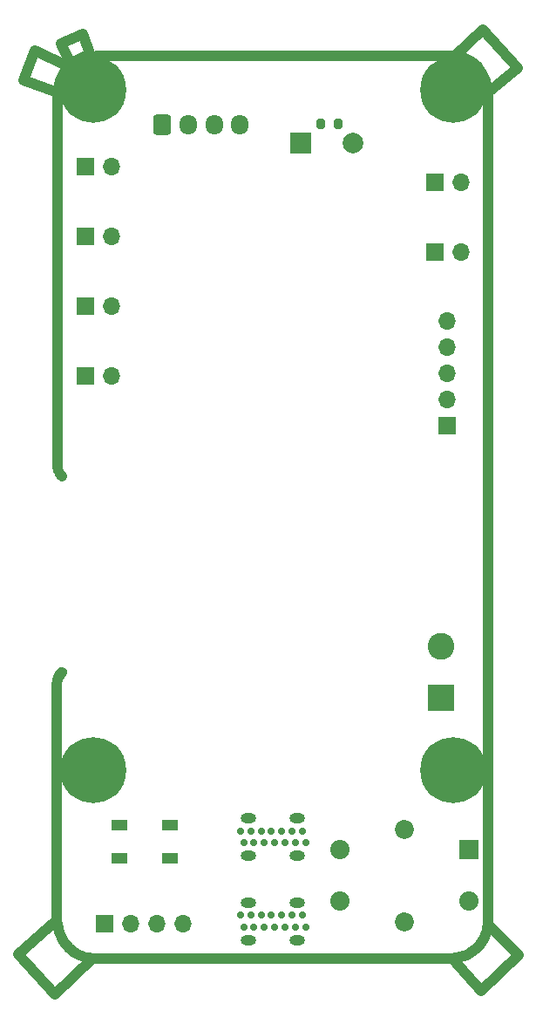
<source format=gbr>
%TF.GenerationSoftware,KiCad,Pcbnew,(6.0.2)*%
%TF.CreationDate,2022-04-29T18:27:35+02:00*%
%TF.ProjectId,reflowControllerV2,7265666c-6f77-4436-9f6e-74726f6c6c65,rev?*%
%TF.SameCoordinates,Original*%
%TF.FileFunction,Soldermask,Bot*%
%TF.FilePolarity,Negative*%
%FSLAX46Y46*%
G04 Gerber Fmt 4.6, Leading zero omitted, Abs format (unit mm)*
G04 Created by KiCad (PCBNEW (6.0.2)) date 2022-04-29 18:27:35*
%MOMM*%
%LPD*%
G01*
G04 APERTURE LIST*
G04 Aperture macros list*
%AMRoundRect*
0 Rectangle with rounded corners*
0 $1 Rounding radius*
0 $2 $3 $4 $5 $6 $7 $8 $9 X,Y pos of 4 corners*
0 Add a 4 corners polygon primitive as box body*
4,1,4,$2,$3,$4,$5,$6,$7,$8,$9,$2,$3,0*
0 Add four circle primitives for the rounded corners*
1,1,$1+$1,$2,$3*
1,1,$1+$1,$4,$5*
1,1,$1+$1,$6,$7*
1,1,$1+$1,$8,$9*
0 Add four rect primitives between the rounded corners*
20,1,$1+$1,$2,$3,$4,$5,0*
20,1,$1+$1,$4,$5,$6,$7,0*
20,1,$1+$1,$6,$7,$8,$9,0*
20,1,$1+$1,$8,$9,$2,$3,0*%
G04 Aperture macros list end*
%ADD10C,1.000000*%
%ADD11C,6.400000*%
%ADD12C,0.800000*%
%ADD13R,1.700000X1.700000*%
%ADD14O,1.700000X1.700000*%
%ADD15R,2.000000X2.000000*%
%ADD16C,2.000000*%
%ADD17R,2.600000X2.600000*%
%ADD18C,2.600000*%
%ADD19C,0.700000*%
%ADD20O,1.500000X1.000000*%
%ADD21R,1.500000X1.000000*%
%ADD22RoundRect,0.250000X-0.600000X-0.725000X0.600000X-0.725000X0.600000X0.725000X-0.600000X0.725000X0*%
%ADD23O,1.700000X1.950000*%
%ADD24C,1.850000*%
%ADD25R,1.875000X1.875000*%
%ADD26C,1.875000*%
%ADD27RoundRect,0.200000X0.200000X0.275000X-0.200000X0.275000X-0.200000X-0.275000X0.200000X-0.275000X0*%
G04 APERTURE END LIST*
D10*
X336942Y-91803099D02*
X3946542Y-88298320D01*
X3946542Y-88298320D02*
X3612866Y-88265456D01*
X3612866Y-88265456D02*
X3284017Y-88200043D01*
X3284017Y-88200043D02*
X2963164Y-88102712D01*
X2963164Y-88102712D02*
X2653396Y-87974401D01*
X2653396Y-87974401D02*
X2357696Y-87816344D01*
X2357696Y-87816344D02*
X2078912Y-87630065D01*
X2078912Y-87630065D02*
X1819730Y-87417356D01*
X1819730Y-87417356D02*
X1700000Y-87300000D01*
X1700000Y-87300000D02*
X1559287Y-87156222D01*
X1559287Y-87156222D02*
X1304050Y-86845216D01*
X1304050Y-86845216D02*
X1080527Y-86510690D01*
X1080527Y-86510690D02*
X890869Y-86155865D01*
X890869Y-86155865D02*
X736904Y-85784160D01*
X736904Y-85784160D02*
X620113Y-85399153D01*
X620113Y-85399153D02*
X541622Y-85004552D01*
X541622Y-85004552D02*
X502186Y-84604159D01*
X502186Y-84604159D02*
X-3277226Y-87906092D01*
X-3277226Y-87906092D02*
X336942Y-91803099D01*
X41917737Y1890120D02*
X39199664Y-701921D01*
X39199664Y-701921D02*
X39542409Y-740539D01*
X39542409Y-740539D02*
X39878674Y-817289D01*
X39878674Y-817289D02*
X40204231Y-931206D01*
X40204231Y-931206D02*
X40514987Y-1080858D01*
X40514987Y-1080858D02*
X40807033Y-1264363D01*
X40807033Y-1264363D02*
X41076697Y-1479413D01*
X41076697Y-1479413D02*
X41200000Y-1600000D01*
X41200000Y-1600000D02*
X41337732Y-1740723D01*
X41337732Y-1740723D02*
X41587554Y-2045131D01*
X41587554Y-2045131D02*
X41806335Y-2372561D01*
X41806335Y-2372561D02*
X41991968Y-2719857D01*
X41991968Y-2719857D02*
X42142668Y-3083677D01*
X42142668Y-3083677D02*
X42256980Y-3460516D01*
X42256980Y-3460516D02*
X42333806Y-3846745D01*
X42333806Y-3846745D02*
X42372405Y-4238644D01*
X42372405Y-4238644D02*
X45265049Y-1845422D01*
X45265049Y-1845422D02*
X41917737Y1890120D01*
X890765Y491781D02*
X1880512Y-1479414D01*
X1880512Y-1479414D02*
X2150175Y-1264364D01*
X2150175Y-1264364D02*
X2442221Y-1080859D01*
X2442221Y-1080859D02*
X2752977Y-931207D01*
X2752977Y-931207D02*
X3078534Y-817289D01*
X3078534Y-817289D02*
X3414800Y-740539D01*
X3414800Y-740539D02*
X3757544Y-701922D01*
X3757544Y-701922D02*
X3063557Y1391781D01*
X3063557Y1391781D02*
X890765Y491781D01*
X45359933Y-87986129D02*
X42372818Y-85010662D01*
X42372818Y-85010662D02*
X42340791Y-85335834D01*
X42340791Y-85335834D02*
X42277047Y-85656302D01*
X42277047Y-85656302D02*
X42182198Y-85968978D01*
X42182198Y-85968978D02*
X42057158Y-86270852D01*
X42057158Y-86270852D02*
X41903132Y-86559016D01*
X41903132Y-86559016D02*
X41721602Y-86830695D01*
X41721602Y-86830695D02*
X41514318Y-87083274D01*
X41514318Y-87083274D02*
X41400000Y-87200000D01*
X41400000Y-87200000D02*
X41268219Y-87329008D01*
X41268219Y-87329008D02*
X40983123Y-87562980D01*
X40983123Y-87562980D02*
X40676467Y-87767881D01*
X40676467Y-87767881D02*
X40351203Y-87941738D01*
X40351203Y-87941738D02*
X40010465Y-88082877D01*
X40010465Y-88082877D02*
X39657534Y-88189937D01*
X39657534Y-88189937D02*
X39295808Y-88261889D01*
X39295808Y-88261889D02*
X38928772Y-88298039D01*
X38928772Y-88298039D02*
X41729779Y-91438840D01*
X41729779Y-91438840D02*
X45359933Y-87986129D01*
X-2771199Y-3046317D02*
X584802Y-4238644D01*
X584802Y-4238644D02*
X623401Y-3846745D01*
X623401Y-3846745D02*
X700227Y-3460516D01*
X700227Y-3460516D02*
X814540Y-3083677D01*
X814540Y-3083677D02*
X965239Y-2719857D01*
X965239Y-2719857D02*
X1150873Y-2372560D01*
X1150873Y-2372560D02*
X1369654Y-2045131D01*
X1369654Y-2045131D02*
X1619475Y-1740723D01*
X1619475Y-1740723D02*
X-1596679Y-210775D01*
X-1596679Y-210775D02*
X-2771199Y-3046317D01*
D11*
%TO.C,H4*%
X39000000Y-70000000D03*
D12*
X37302944Y-68302944D03*
X41400000Y-70000000D03*
X40697056Y-68302944D03*
X36600000Y-70000000D03*
X40697056Y-71697056D03*
X37302944Y-71697056D03*
X39000000Y-72400000D03*
X39000000Y-67600000D03*
%TD*%
D13*
%TO.C,J7*%
X3250000Y-11475000D03*
D14*
X5790000Y-11475000D03*
%TD*%
D13*
%TO.C,J3*%
X3250000Y-24975000D03*
D14*
X5790000Y-24975000D03*
%TD*%
D13*
%TO.C,J2*%
X3250000Y-31725000D03*
D14*
X5790000Y-31725000D03*
%TD*%
D15*
%TO.C,BZ1*%
X24229216Y-9200000D03*
D16*
X29229216Y-9200000D03*
%TD*%
D17*
%TO.C,J11*%
X37805000Y-63000000D03*
D18*
X37805000Y-58000000D03*
%TD*%
D13*
%TO.C,J8*%
X38455000Y-36610000D03*
D14*
X38455000Y-34070000D03*
X38455000Y-31530000D03*
X38455000Y-28990000D03*
X38455000Y-26450000D03*
%TD*%
D12*
%TO.C,H3*%
X2302944Y-71697056D03*
X4000000Y-72400000D03*
X5697056Y-68302944D03*
X2302944Y-68302944D03*
X6400000Y-70000000D03*
X5697056Y-71697056D03*
D11*
X4000000Y-70000000D03*
D12*
X1600000Y-70000000D03*
X4000000Y-67600000D03*
%TD*%
%TO.C,H1*%
X4000000Y-6400000D03*
X1600000Y-4000000D03*
X2302944Y-5697056D03*
X6400000Y-4000000D03*
X5697056Y-2302944D03*
X2302944Y-2302944D03*
X4000000Y-1600000D03*
D11*
X4000000Y-4000000D03*
D12*
X5697056Y-5697056D03*
%TD*%
D13*
%TO.C,J4*%
X37250000Y-19725000D03*
D14*
X39790000Y-19725000D03*
%TD*%
D12*
%TO.C,H2*%
X37302944Y-2302944D03*
X36600000Y-4000000D03*
X37302944Y-5697056D03*
X41400000Y-4000000D03*
X40697056Y-2302944D03*
D11*
X39000000Y-4000000D03*
D12*
X39000000Y-6400000D03*
X40697056Y-5697056D03*
X39000000Y-1600000D03*
%TD*%
D13*
%TO.C,J6*%
X3250000Y-18225000D03*
D14*
X5790000Y-18225000D03*
%TD*%
D13*
%TO.C,J5*%
X37250000Y-12975000D03*
D14*
X39790000Y-12975000D03*
%TD*%
D19*
%TO.C,U2*%
X24340000Y-75920000D03*
X23340000Y-75920000D03*
X22340000Y-75920000D03*
X21340000Y-75920000D03*
X20340000Y-75920000D03*
X19340000Y-75920000D03*
X18340000Y-75920000D03*
X18660000Y-77080000D03*
X19660000Y-77080000D03*
X20660000Y-77080000D03*
X21660000Y-77080000D03*
X22660000Y-77080000D03*
X23660000Y-77080000D03*
X24660000Y-77080000D03*
D20*
X23870000Y-74670000D03*
X23870000Y-78330000D03*
X19130000Y-74670000D03*
X19130000Y-78330000D03*
%TD*%
D21*
%TO.C,D2*%
X11450000Y-75400000D03*
X11450000Y-78600000D03*
X6550000Y-78600000D03*
X6550000Y-75400000D03*
%TD*%
D14*
%TO.C,J9*%
X12795000Y-84925000D03*
X10255000Y-84925000D03*
X7715000Y-84925000D03*
D13*
X5175000Y-84925000D03*
%TD*%
D22*
%TO.C,J10*%
X10750000Y-7372500D03*
D23*
X13290000Y-7372500D03*
X15790000Y-7372500D03*
X18290000Y-7372500D03*
%TD*%
D19*
%TO.C,U1*%
X24340000Y-84120000D03*
X23340000Y-84120000D03*
X22340000Y-84120000D03*
X21340000Y-84120000D03*
X20340000Y-84120000D03*
X19340000Y-84120000D03*
X18340000Y-84120000D03*
X18660000Y-85280000D03*
X19660000Y-85280000D03*
X20660000Y-85280000D03*
X21660000Y-85280000D03*
X22660000Y-85280000D03*
X23660000Y-85280000D03*
X24660000Y-85280000D03*
D20*
X23870000Y-86530000D03*
X23870000Y-82870000D03*
X19130000Y-86530000D03*
X19130000Y-82870000D03*
%TD*%
D24*
%TO.C,SW1*%
X34250000Y-75750000D03*
X34250000Y-84750000D03*
D25*
X40500000Y-77750000D03*
D26*
X28000000Y-77750000D03*
X40500000Y-82750000D03*
X28000000Y-82750000D03*
%TD*%
D27*
%TO.C,R6*%
X27825000Y-7300000D03*
X26175000Y-7300000D03*
%TD*%
G36*
X42829203Y-4438907D02*
G01*
X42865167Y-4488407D01*
X42870012Y-4518988D01*
X42879989Y-84733766D01*
X42861089Y-84791959D01*
X42811593Y-84827929D01*
X42794582Y-84831840D01*
X41982593Y-84944393D01*
X41922357Y-84933655D01*
X41879938Y-84889561D01*
X41870000Y-84846331D01*
X41870000Y-4519000D01*
X41888907Y-4460809D01*
X41938407Y-4424845D01*
X41969000Y-4420000D01*
X42771012Y-4420000D01*
X42829203Y-4438907D01*
G37*
G36*
X38800166Y-87808907D02*
G01*
X38836130Y-87858407D01*
X38840970Y-87888020D01*
X38849010Y-88700020D01*
X38830680Y-88758395D01*
X38781538Y-88794847D01*
X38750015Y-88800000D01*
X4019000Y-88800000D01*
X3960809Y-88781093D01*
X3924845Y-88731593D01*
X3920000Y-88701000D01*
X3920000Y-87889000D01*
X3938907Y-87830809D01*
X3988407Y-87794845D01*
X4019000Y-87790000D01*
X38741975Y-87790000D01*
X38800166Y-87808907D01*
G37*
G36*
X38959191Y-218907D02*
G01*
X38995155Y-268407D01*
X39000000Y-299000D01*
X39000000Y-1101000D01*
X38981093Y-1159191D01*
X38931593Y-1195155D01*
X38901000Y-1200000D01*
X4209000Y-1200000D01*
X4150809Y-1181093D01*
X4114845Y-1131593D01*
X4110000Y-1101000D01*
X4110000Y-299000D01*
X4128907Y-240809D01*
X4178407Y-204845D01*
X4209000Y-200000D01*
X38901000Y-200000D01*
X38959191Y-218907D01*
G37*
G36*
X1049163Y-4598907D02*
G01*
X1085127Y-4648407D01*
X1089972Y-4679028D01*
X1080001Y-40476912D01*
X1080382Y-40483060D01*
X1109298Y-40714384D01*
X1111957Y-40725312D01*
X1177986Y-40904534D01*
X1183231Y-40914847D01*
X1298806Y-41088209D01*
X1301343Y-41091678D01*
X1447008Y-41273760D01*
X1465359Y-41310096D01*
X1495892Y-41424594D01*
X1499064Y-41455917D01*
X1491039Y-41592339D01*
X1482910Y-41626206D01*
X1425639Y-41757112D01*
X1410992Y-41780810D01*
X1334766Y-41872280D01*
X1298921Y-41899368D01*
X1151074Y-41965078D01*
X1128071Y-41972105D01*
X987740Y-41996869D01*
X952291Y-41996679D01*
X833591Y-41974423D01*
X791055Y-41955265D01*
X636322Y-41834917D01*
X624555Y-41824136D01*
X505921Y-41696376D01*
X495279Y-41682682D01*
X305181Y-41388031D01*
X296451Y-41371128D01*
X163568Y-41038921D01*
X158213Y-41020556D01*
X91525Y-40668060D01*
X89822Y-40651809D01*
X80023Y-40201058D01*
X80000Y-40198906D01*
X80000Y-4679000D01*
X98907Y-4620809D01*
X148407Y-4584845D01*
X179000Y-4580000D01*
X990972Y-4580000D01*
X1049163Y-4598907D01*
G37*
G36*
X1044030Y-60003006D02*
G01*
X1154527Y-60026684D01*
X1183667Y-60037972D01*
X1283241Y-60096057D01*
X1296049Y-60104949D01*
X1387702Y-60179938D01*
X1408534Y-60203410D01*
X1460350Y-60284836D01*
X1473703Y-60317590D01*
X1505942Y-60470721D01*
X1506370Y-60509362D01*
X1483127Y-60633324D01*
X1471500Y-60664681D01*
X1375024Y-60831322D01*
X1363340Y-60847492D01*
X1214105Y-61015381D01*
X1207164Y-61025483D01*
X1063674Y-61302897D01*
X1058765Y-61317903D01*
X1010591Y-61626217D01*
X1009998Y-61633827D01*
X1000000Y-83940000D01*
X1000000Y-84490419D01*
X981093Y-84548610D01*
X931593Y-84584574D01*
X882521Y-84587679D01*
X80521Y-84435299D01*
X26882Y-84405862D01*
X790Y-84350519D01*
X0Y-84338039D01*
X0Y-61596167D01*
X764Y-61583888D01*
X9959Y-61510327D01*
X10027Y-61509745D01*
X19647Y-61423165D01*
X20549Y-61416892D01*
X49263Y-61254184D01*
X51099Y-61245881D01*
X89457Y-61102036D01*
X90621Y-61098014D01*
X138496Y-60944816D01*
X141994Y-60935348D01*
X228445Y-60733628D01*
X231833Y-60726517D01*
X327930Y-60543933D01*
X332419Y-60536260D01*
X435991Y-60376193D01*
X444875Y-60364474D01*
X585772Y-60204792D01*
X594814Y-60195788D01*
X735009Y-60073117D01*
X768894Y-60053702D01*
X888441Y-60013853D01*
X912155Y-60009065D01*
X1015694Y-60001100D01*
X1044030Y-60003006D01*
G37*
M02*

</source>
